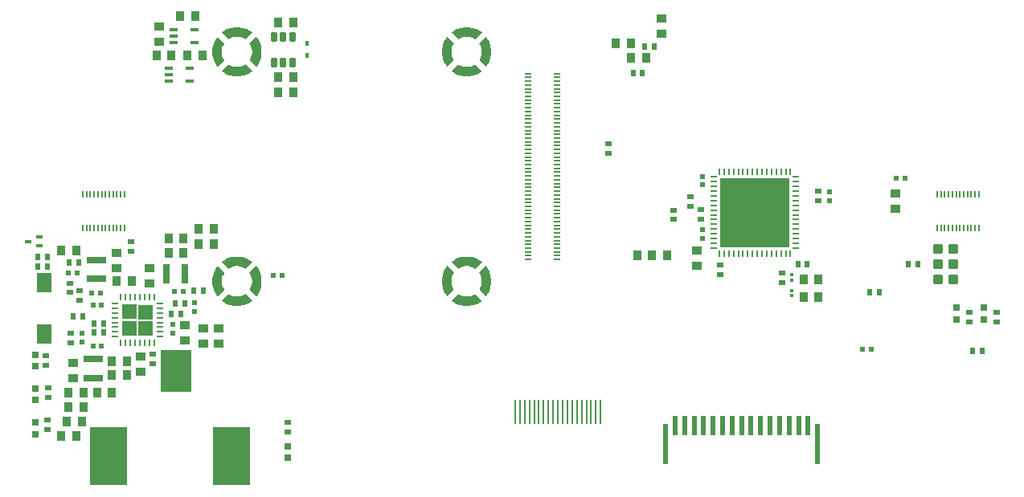
<source format=gtp>
G04*
G04 #@! TF.GenerationSoftware,Altium Limited,Altium Designer,20.0.13 (296)*
G04*
G04 Layer_Color=8421504*
%FSLAX44Y44*%
%MOMM*%
G71*
G01*
G75*
%ADD20R,1.4900X1.4900*%
%ADD21R,0.6500X0.5500*%
%ADD22R,0.8000X0.8000*%
%ADD23R,0.4000X0.4800*%
%ADD24R,1.0000X0.9000*%
%ADD25R,0.9000X1.0000*%
%ADD26R,0.5500X0.6500*%
%ADD27R,0.6200X0.6200*%
%ADD28R,0.6000X4.2000*%
%ADD29R,0.6000X2.0000*%
%ADD30R,3.3000X4.4000*%
%ADD31R,3.9000X6.2000*%
%ADD32R,0.2800X2.6000*%
%ADD33R,0.1500X0.6500*%
G04:AMPARAMS|DCode=34|XSize=0.6mm|YSize=1mm|CornerRadius=0.051mm|HoleSize=0mm|Usage=FLASHONLY|Rotation=0.000|XOffset=0mm|YOffset=0mm|HoleType=Round|Shape=RoundedRectangle|*
%AMROUNDEDRECTD34*
21,1,0.6000,0.8980,0,0,0.0*
21,1,0.4980,1.0000,0,0,0.0*
1,1,0.1020,0.2490,-0.4490*
1,1,0.1020,-0.2490,-0.4490*
1,1,0.1020,-0.2490,0.4490*
1,1,0.1020,0.2490,0.4490*
%
%ADD34ROUNDEDRECTD34*%
%ADD35R,0.6900X0.2800*%
%ADD36R,0.2800X0.6900*%
%ADD37R,7.3000X7.3000*%
%ADD38R,0.8500X0.3500*%
G04:AMPARAMS|DCode=39|XSize=0.25mm|YSize=0.6mm|CornerRadius=0.0313mm|HoleSize=0mm|Usage=FLASHONLY|Rotation=180.000|XOffset=0mm|YOffset=0mm|HoleType=Round|Shape=RoundedRectangle|*
%AMROUNDEDRECTD39*
21,1,0.2500,0.5375,0,0,180.0*
21,1,0.1875,0.6000,0,0,180.0*
1,1,0.0625,-0.0938,0.2688*
1,1,0.0625,0.0938,0.2688*
1,1,0.0625,0.0938,-0.2688*
1,1,0.0625,-0.0938,-0.2688*
%
%ADD39ROUNDEDRECTD39*%
G04:AMPARAMS|DCode=40|XSize=0.25mm|YSize=0.6mm|CornerRadius=0.0313mm|HoleSize=0mm|Usage=FLASHONLY|Rotation=270.000|XOffset=0mm|YOffset=0mm|HoleType=Round|Shape=RoundedRectangle|*
%AMROUNDEDRECTD40*
21,1,0.2500,0.5375,0,0,270.0*
21,1,0.1875,0.6000,0,0,270.0*
1,1,0.0625,-0.2688,-0.0938*
1,1,0.0625,-0.2688,0.0938*
1,1,0.0625,0.2688,0.0938*
1,1,0.0625,0.2688,-0.0938*
%
%ADD40ROUNDEDRECTD40*%
%ADD41R,0.7100X0.3000*%
%ADD42R,2.0000X0.8000*%
%ADD43R,0.8000X2.0000*%
%ADD44R,0.7000X0.1800*%
%ADD45R,0.3200X0.3600*%
%ADD46R,0.6200X0.6200*%
%ADD47R,1.5000X2.0000*%
G36*
X246822Y266287D02*
X250907Y264880D01*
X254705Y262818D01*
X256407Y261488D01*
X249577Y254107D01*
X249577D01*
X248551Y254768D01*
X246361Y255848D01*
X244033Y256582D01*
X241621Y256953D01*
X239179D01*
X236767Y256582D01*
X234439Y255848D01*
X232249Y254768D01*
X231223Y254107D01*
X224393Y261488D01*
X226095Y262818D01*
X229893Y264880D01*
X233978Y266287D01*
X238240Y267000D01*
X242560D01*
X246822Y266287D01*
D02*
G37*
G36*
X260888Y257007D02*
X262218Y255305D01*
X264280Y251507D01*
X265687Y247422D01*
X266400Y243160D01*
Y238840D01*
X265687Y234578D01*
X264280Y230492D01*
X262218Y226695D01*
X260888Y224993D01*
X253507Y231823D01*
X254168Y232849D01*
X255248Y235039D01*
X255982Y237367D01*
X256353Y239779D01*
Y242220D01*
X255982Y244633D01*
X255248Y246961D01*
X254168Y249151D01*
X253507Y250177D01*
X260888Y257007D01*
Y257007D01*
D02*
G37*
G36*
X227294Y250177D02*
X227294Y250177D01*
X226632Y249151D01*
X225552Y246961D01*
X224818Y244633D01*
X224447Y242220D01*
Y239779D01*
X224818Y237367D01*
X225552Y235039D01*
X226632Y232849D01*
X227294Y231823D01*
X219912Y224993D01*
X219912D01*
X218582Y226695D01*
X216520Y230492D01*
X215113Y234578D01*
X214400Y238840D01*
Y243160D01*
X215113Y247422D01*
X216520Y251507D01*
X218582Y255305D01*
X219912Y257007D01*
X227294Y250177D01*
D02*
G37*
G36*
X231223Y227894D02*
X232249Y227232D01*
X234439Y226152D01*
X236767Y225418D01*
X239179Y225047D01*
X241621D01*
X244033Y225418D01*
X246361Y226152D01*
X248551Y227232D01*
X249577Y227894D01*
X256407Y220512D01*
X256407Y220512D01*
X254705Y219182D01*
X250907Y217120D01*
X246822Y215713D01*
X242560Y215000D01*
X238240D01*
X233978Y215713D01*
X229893Y217120D01*
X226095Y219182D01*
X224393Y220512D01*
X231223Y227894D01*
Y227894D01*
D02*
G37*
G36*
X246822Y508287D02*
X250907Y506880D01*
X254705Y504818D01*
X256407Y503488D01*
X249577Y496106D01*
X249577D01*
X248551Y496768D01*
X246361Y497848D01*
X244033Y498582D01*
X241621Y498953D01*
X239179D01*
X236767Y498582D01*
X234439Y497848D01*
X232249Y496768D01*
X231223Y496106D01*
X224393Y503488D01*
X226095Y504818D01*
X229893Y506880D01*
X233978Y508287D01*
X238240Y509000D01*
X242560D01*
X246822Y508287D01*
D02*
G37*
G36*
X260888Y499007D02*
X262218Y497305D01*
X264280Y493507D01*
X265687Y489422D01*
X266400Y485160D01*
Y480840D01*
X265687Y476578D01*
X264280Y472492D01*
X262218Y468695D01*
X260888Y466993D01*
X253507Y473823D01*
X254168Y474849D01*
X255248Y477039D01*
X255982Y479367D01*
X256353Y481780D01*
Y484221D01*
X255982Y486633D01*
X255248Y488961D01*
X254168Y491151D01*
X253507Y492177D01*
X260888Y499007D01*
Y499007D01*
D02*
G37*
G36*
X227294Y492177D02*
X227294Y492177D01*
X226632Y491151D01*
X225552Y488961D01*
X224818Y486633D01*
X224447Y484221D01*
Y481780D01*
X224818Y479367D01*
X225552Y477039D01*
X226632Y474849D01*
X227294Y473823D01*
X219912Y466993D01*
X219912D01*
X218582Y468695D01*
X216520Y472492D01*
X215113Y476578D01*
X214400Y480840D01*
Y485160D01*
X215113Y489422D01*
X216520Y493507D01*
X218582Y497305D01*
X219912Y499007D01*
X227294Y492177D01*
D02*
G37*
G36*
X231223Y469894D02*
X232249Y469232D01*
X234439Y468152D01*
X236767Y467418D01*
X239179Y467047D01*
X241621D01*
X244033Y467418D01*
X246361Y468152D01*
X248551Y469232D01*
X249577Y469894D01*
X256407Y462512D01*
X256407Y462512D01*
X254705Y461182D01*
X250907Y459120D01*
X246822Y457713D01*
X242560Y457000D01*
X238240D01*
X233978Y457713D01*
X229893Y459120D01*
X226095Y461182D01*
X224393Y462512D01*
X231223Y469894D01*
Y469894D01*
D02*
G37*
G36*
X488822Y266287D02*
X492907Y264880D01*
X496705Y262818D01*
X498407Y261488D01*
X491577Y254107D01*
X491577D01*
X490551Y254768D01*
X488361Y255848D01*
X486033Y256582D01*
X483620Y256953D01*
X481180D01*
X478767Y256582D01*
X476439Y255848D01*
X474249Y254768D01*
X473223Y254107D01*
X466393Y261488D01*
X468095Y262818D01*
X471893Y264880D01*
X475978Y266287D01*
X480240Y267000D01*
X484560D01*
X488822Y266287D01*
D02*
G37*
G36*
X502888Y257007D02*
X504218Y255305D01*
X506280Y251507D01*
X507687Y247422D01*
X508400Y243160D01*
Y238840D01*
X507687Y234578D01*
X506280Y230492D01*
X504218Y226695D01*
X502888Y224993D01*
X495507Y231823D01*
X496168Y232849D01*
X497248Y235039D01*
X497982Y237367D01*
X498353Y239779D01*
Y242220D01*
X497982Y244633D01*
X497248Y246961D01*
X496168Y249151D01*
X495507Y250177D01*
X502888Y257007D01*
Y257007D01*
D02*
G37*
G36*
X469294Y250177D02*
X469294Y250177D01*
X468632Y249151D01*
X467552Y246961D01*
X466818Y244633D01*
X466447Y242220D01*
Y239779D01*
X466818Y237367D01*
X467552Y235039D01*
X468632Y232849D01*
X469294Y231823D01*
X461912Y224993D01*
X461912D01*
X460582Y226695D01*
X458520Y230492D01*
X457113Y234578D01*
X456400Y238840D01*
Y243160D01*
X457113Y247422D01*
X458520Y251507D01*
X460582Y255305D01*
X461912Y257007D01*
X469294Y250177D01*
D02*
G37*
G36*
X473223Y227894D02*
X474249Y227232D01*
X476439Y226152D01*
X478767Y225418D01*
X481180Y225047D01*
X483620D01*
X486033Y225418D01*
X488361Y226152D01*
X490551Y227232D01*
X491577Y227894D01*
X498407Y220512D01*
X498407Y220512D01*
X496705Y219182D01*
X492907Y217120D01*
X488822Y215713D01*
X484560Y215000D01*
X480240D01*
X475978Y215713D01*
X471893Y217120D01*
X468095Y219182D01*
X466393Y220512D01*
X473223Y227894D01*
Y227894D01*
D02*
G37*
G36*
X488822Y508287D02*
X492907Y506880D01*
X496705Y504818D01*
X498407Y503488D01*
X491577Y496106D01*
X491577D01*
X490551Y496768D01*
X488361Y497848D01*
X486033Y498582D01*
X483620Y498953D01*
X481180D01*
X478767Y498582D01*
X476439Y497848D01*
X474249Y496768D01*
X473223Y496106D01*
X466393Y503488D01*
X468095Y504818D01*
X471893Y506880D01*
X475978Y508287D01*
X480240Y509000D01*
X484560D01*
X488822Y508287D01*
D02*
G37*
G36*
X502888Y499007D02*
X504218Y497305D01*
X506280Y493507D01*
X507687Y489422D01*
X508400Y485160D01*
Y480840D01*
X507687Y476578D01*
X506280Y472492D01*
X504218Y468695D01*
X502888Y466993D01*
X495507Y473823D01*
X496168Y474849D01*
X497248Y477039D01*
X497982Y479367D01*
X498353Y481780D01*
Y484221D01*
X497982Y486633D01*
X497248Y488961D01*
X496168Y491151D01*
X495507Y492177D01*
X502888Y499007D01*
Y499007D01*
D02*
G37*
G36*
X469294Y492177D02*
X469294Y492177D01*
X468632Y491151D01*
X467552Y488961D01*
X466818Y486633D01*
X466447Y484221D01*
Y481780D01*
X466818Y479367D01*
X467552Y477039D01*
X468632Y474849D01*
X469294Y473823D01*
X461912Y466993D01*
X461912D01*
X460582Y468695D01*
X458520Y472492D01*
X457113Y476578D01*
X456400Y480840D01*
Y485160D01*
X457113Y489422D01*
X458520Y493507D01*
X460582Y497305D01*
X461912Y499007D01*
X469294Y492177D01*
D02*
G37*
G36*
X473223Y469894D02*
X474249Y469232D01*
X476439Y468152D01*
X478767Y467418D01*
X481180Y467047D01*
X483620D01*
X486033Y467418D01*
X488361Y468152D01*
X490551Y469232D01*
X491577Y469894D01*
X498407Y462512D01*
X498407Y462512D01*
X496705Y461182D01*
X492907Y459120D01*
X488822Y457713D01*
X484560Y457000D01*
X480240D01*
X475978Y457713D01*
X471893Y459120D01*
X468095Y461182D01*
X466393Y462512D01*
X473223Y469894D01*
Y469894D01*
D02*
G37*
D20*
X127103Y191671D02*
D03*
X144003D02*
D03*
Y208571D02*
D03*
X127103Y208671D02*
D03*
D21*
X38802Y152734D02*
D03*
Y162734D02*
D03*
X294000Y92000D02*
D03*
Y82000D02*
D03*
X717804Y320374D02*
D03*
Y330374D02*
D03*
X700532Y316150D02*
D03*
Y306150D02*
D03*
X41910Y118444D02*
D03*
Y128444D02*
D03*
X151892Y164004D02*
D03*
Y154004D02*
D03*
X64869Y239000D02*
D03*
Y229000D02*
D03*
X631952Y386000D02*
D03*
Y376000D02*
D03*
X129000Y283000D02*
D03*
Y273000D02*
D03*
X729399Y316556D02*
D03*
Y306556D02*
D03*
X852838Y325672D02*
D03*
Y335672D02*
D03*
X815041Y239717D02*
D03*
Y249717D02*
D03*
X1012000Y198068D02*
D03*
Y208068D02*
D03*
X1041000Y198000D02*
D03*
Y208000D02*
D03*
X749135Y257987D02*
D03*
Y247987D02*
D03*
X41000Y94500D02*
D03*
Y84500D02*
D03*
X75050Y220900D02*
D03*
Y230900D02*
D03*
X65119Y176462D02*
D03*
Y186462D02*
D03*
D22*
X28194Y151230D02*
D03*
Y163730D02*
D03*
X294000Y67250D02*
D03*
Y54750D02*
D03*
X27940Y115670D02*
D03*
Y128170D02*
D03*
X998000Y213250D02*
D03*
Y200750D02*
D03*
X1027000Y213250D02*
D03*
Y200750D02*
D03*
X28000Y92250D02*
D03*
Y79750D02*
D03*
D23*
X314198Y478794D02*
D03*
Y491994D02*
D03*
D24*
X185928Y194436D02*
D03*
Y178436D02*
D03*
X220980Y191006D02*
D03*
Y175006D02*
D03*
X687578Y518286D02*
D03*
Y502286D02*
D03*
X978715Y258950D02*
D03*
Y242950D02*
D03*
Y274950D02*
D03*
Y258950D02*
D03*
X994715D02*
D03*
Y242950D02*
D03*
Y274950D02*
D03*
Y258950D02*
D03*
X204724Y191006D02*
D03*
Y175006D02*
D03*
X724916Y257050D02*
D03*
Y273050D02*
D03*
X138684Y161670D02*
D03*
Y145670D02*
D03*
X114000Y255000D02*
D03*
Y271000D02*
D03*
X68015Y138500D02*
D03*
Y154500D02*
D03*
X933958Y317374D02*
D03*
Y333374D02*
D03*
X148053Y254900D02*
D03*
Y238900D02*
D03*
X158496Y493396D02*
D03*
Y509396D02*
D03*
D25*
X639700Y491998D02*
D03*
X655700D02*
D03*
X655448Y476250D02*
D03*
X671448D02*
D03*
X677800Y267970D02*
D03*
X693800D02*
D03*
X677798D02*
D03*
X661798D02*
D03*
X837250Y243250D02*
D03*
X852750Y224750D02*
D03*
Y243250D02*
D03*
X837250Y224750D02*
D03*
X978715Y242950D02*
D03*
X994715D02*
D03*
X978715Y258950D02*
D03*
X994715D02*
D03*
X978715Y274950D02*
D03*
X994715D02*
D03*
X284122Y514092D02*
D03*
X300122D02*
D03*
X284122Y456092D02*
D03*
X300122D02*
D03*
X124500Y142000D02*
D03*
X108500D02*
D03*
X70950Y273577D02*
D03*
X54950D02*
D03*
X184277Y270540D02*
D03*
X168277D02*
D03*
X200278Y296540D02*
D03*
X216278D02*
D03*
X200278Y280540D02*
D03*
X216278D02*
D03*
X184277Y286540D02*
D03*
X168277D02*
D03*
X76960Y93218D02*
D03*
X60960D02*
D03*
X92838Y123952D02*
D03*
X108838D02*
D03*
X78850Y123313D02*
D03*
X62850D02*
D03*
X78850Y108313D02*
D03*
X62850D02*
D03*
X71000Y78000D02*
D03*
X55000D02*
D03*
X188342Y479044D02*
D03*
X204342D02*
D03*
X171576D02*
D03*
X155576D02*
D03*
X300122Y440092D02*
D03*
X284122D02*
D03*
X180722Y520446D02*
D03*
X196722D02*
D03*
X124500Y156987D02*
D03*
X108500D02*
D03*
X130000Y241000D02*
D03*
X114000D02*
D03*
D26*
X679878Y488696D02*
D03*
X669878D02*
D03*
X657686Y460248D02*
D03*
X667686D02*
D03*
X40784Y256287D02*
D03*
X30784D02*
D03*
X89850Y196683D02*
D03*
X99850D02*
D03*
X195000Y231000D02*
D03*
X205000D02*
D03*
X947584Y258649D02*
D03*
X957584D02*
D03*
X30814Y266446D02*
D03*
X40814D02*
D03*
X916900Y229239D02*
D03*
X906900D02*
D03*
X1025562Y167595D02*
D03*
X1015562D02*
D03*
X831260Y258820D02*
D03*
X841260D02*
D03*
X99689Y186683D02*
D03*
X89689D02*
D03*
X175383Y217621D02*
D03*
X185383D02*
D03*
X77797Y204391D02*
D03*
X67797D02*
D03*
X73845Y261127D02*
D03*
X63845D02*
D03*
X171216Y206968D02*
D03*
X181216D02*
D03*
D27*
X287964Y247396D02*
D03*
X278964D02*
D03*
X908623Y169553D02*
D03*
X899622D02*
D03*
X62950Y250000D02*
D03*
X71950D02*
D03*
X96526Y228150D02*
D03*
X87526D02*
D03*
X88652Y215968D02*
D03*
X97652D02*
D03*
X183500Y230000D02*
D03*
X174500D02*
D03*
X935092Y349656D02*
D03*
X944092D02*
D03*
X97858Y172968D02*
D03*
X88858D02*
D03*
D28*
X852000Y69000D02*
D03*
X692000D02*
D03*
D29*
X842000Y89000D02*
D03*
X832000D02*
D03*
X822000D02*
D03*
X812000D02*
D03*
X802000D02*
D03*
X792000D02*
D03*
X782000D02*
D03*
X772000D02*
D03*
X762000D02*
D03*
X752000D02*
D03*
X742000D02*
D03*
X732000D02*
D03*
X722000D02*
D03*
X712000D02*
D03*
X702000D02*
D03*
D30*
X176500Y146500D02*
D03*
D31*
X234500Y57000D02*
D03*
X105500D02*
D03*
D32*
X533500Y103500D02*
D03*
X538500D02*
D03*
X543500D02*
D03*
X548500D02*
D03*
X553500D02*
D03*
X558500D02*
D03*
X563500D02*
D03*
X568500D02*
D03*
X573500D02*
D03*
X578500D02*
D03*
X583500D02*
D03*
X588500D02*
D03*
X593500D02*
D03*
X598500D02*
D03*
X603500D02*
D03*
X608500D02*
D03*
X613500D02*
D03*
X618500D02*
D03*
X623500D02*
D03*
D33*
X1022000Y297250D02*
D03*
X1018000D02*
D03*
X1014000D02*
D03*
X1010000D02*
D03*
X1006000D02*
D03*
X1002000D02*
D03*
X998000D02*
D03*
X994000D02*
D03*
X990000D02*
D03*
X986000D02*
D03*
X982000D02*
D03*
X978000D02*
D03*
X1022000Y332750D02*
D03*
X1018000D02*
D03*
X1014000D02*
D03*
X1010000D02*
D03*
X1006000D02*
D03*
X1002000D02*
D03*
X998000D02*
D03*
X994000D02*
D03*
X990000D02*
D03*
X986000D02*
D03*
X982000D02*
D03*
X978000D02*
D03*
X78000D02*
D03*
X82000D02*
D03*
X86000D02*
D03*
X90000D02*
D03*
X94000D02*
D03*
X98000D02*
D03*
X102000D02*
D03*
X106000D02*
D03*
X110000D02*
D03*
X114000D02*
D03*
X118000D02*
D03*
X122000D02*
D03*
X78000Y297250D02*
D03*
X82000D02*
D03*
X86000D02*
D03*
X90000D02*
D03*
X94000D02*
D03*
X98000D02*
D03*
X102000D02*
D03*
X106000D02*
D03*
X110000D02*
D03*
X114000D02*
D03*
X118000D02*
D03*
X122000D02*
D03*
D34*
X298622Y498842D02*
D03*
X289122D02*
D03*
X279622D02*
D03*
Y471342D02*
D03*
X289122D02*
D03*
X298622D02*
D03*
D35*
X829100Y276056D02*
D03*
Y281056D02*
D03*
Y286056D02*
D03*
Y291056D02*
D03*
Y296056D02*
D03*
Y301056D02*
D03*
Y306056D02*
D03*
Y311056D02*
D03*
Y316056D02*
D03*
Y321056D02*
D03*
Y326056D02*
D03*
Y331056D02*
D03*
Y336056D02*
D03*
Y341056D02*
D03*
Y346056D02*
D03*
Y351056D02*
D03*
X742900D02*
D03*
Y346056D02*
D03*
Y341056D02*
D03*
Y336056D02*
D03*
Y331056D02*
D03*
Y326056D02*
D03*
Y321056D02*
D03*
Y316056D02*
D03*
Y311056D02*
D03*
Y306056D02*
D03*
Y301056D02*
D03*
Y296056D02*
D03*
Y291056D02*
D03*
Y286056D02*
D03*
Y281056D02*
D03*
Y276056D02*
D03*
D36*
X823500Y356656D02*
D03*
X818500D02*
D03*
X813500D02*
D03*
X808500D02*
D03*
X803500D02*
D03*
X798500D02*
D03*
X793500D02*
D03*
X788500D02*
D03*
X783500D02*
D03*
X778500D02*
D03*
X773500D02*
D03*
X768500D02*
D03*
X763500D02*
D03*
X758500D02*
D03*
X753500D02*
D03*
X748500D02*
D03*
Y270456D02*
D03*
X753500D02*
D03*
X758500D02*
D03*
X763500D02*
D03*
X768500D02*
D03*
X773500D02*
D03*
X778500D02*
D03*
X783500D02*
D03*
X788500D02*
D03*
X793500D02*
D03*
X798500D02*
D03*
X803500D02*
D03*
X808500D02*
D03*
X813500D02*
D03*
X818500D02*
D03*
X823500D02*
D03*
D37*
X786000Y313556D02*
D03*
D38*
X168578Y458724D02*
D03*
Y465224D02*
D03*
X190578D02*
D03*
X168578Y452224D02*
D03*
X190578D02*
D03*
X173658Y499364D02*
D03*
Y505864D02*
D03*
X195658D02*
D03*
X173658Y492864D02*
D03*
X195658D02*
D03*
D39*
X153053Y176121D02*
D03*
X148053D02*
D03*
X143053D02*
D03*
X138053D02*
D03*
X133053D02*
D03*
X128053D02*
D03*
X123053D02*
D03*
X118053D02*
D03*
Y224121D02*
D03*
X123053D02*
D03*
X128053D02*
D03*
X133053D02*
D03*
X138053D02*
D03*
X143053D02*
D03*
X148053D02*
D03*
X153053D02*
D03*
D40*
X111553Y182621D02*
D03*
Y187621D02*
D03*
Y192621D02*
D03*
Y197621D02*
D03*
Y202621D02*
D03*
Y207621D02*
D03*
Y212621D02*
D03*
Y217621D02*
D03*
X159553D02*
D03*
Y212621D02*
D03*
Y207621D02*
D03*
Y202621D02*
D03*
Y197621D02*
D03*
Y192621D02*
D03*
Y187621D02*
D03*
Y182621D02*
D03*
D41*
X20064Y283139D02*
D03*
X32264Y288139D02*
D03*
Y278139D02*
D03*
D42*
X92026Y263427D02*
D03*
Y243427D02*
D03*
X88724Y138987D02*
D03*
Y158987D02*
D03*
D43*
X185711Y248540D02*
D03*
X165711D02*
D03*
D44*
X547000Y264000D02*
D03*
Y268000D02*
D03*
Y272000D02*
D03*
Y276000D02*
D03*
Y280000D02*
D03*
Y284000D02*
D03*
Y288000D02*
D03*
Y292000D02*
D03*
Y296000D02*
D03*
Y300000D02*
D03*
Y304000D02*
D03*
Y308000D02*
D03*
Y312000D02*
D03*
Y316000D02*
D03*
Y320000D02*
D03*
Y324000D02*
D03*
Y328000D02*
D03*
Y332000D02*
D03*
Y336000D02*
D03*
Y340000D02*
D03*
Y344000D02*
D03*
Y348000D02*
D03*
Y352000D02*
D03*
Y356000D02*
D03*
Y360000D02*
D03*
Y364000D02*
D03*
Y368000D02*
D03*
Y372000D02*
D03*
Y376000D02*
D03*
Y380000D02*
D03*
Y384000D02*
D03*
Y388000D02*
D03*
Y392000D02*
D03*
Y396000D02*
D03*
Y400000D02*
D03*
Y404000D02*
D03*
Y408000D02*
D03*
Y412000D02*
D03*
Y416000D02*
D03*
Y420000D02*
D03*
Y424000D02*
D03*
Y428000D02*
D03*
Y432000D02*
D03*
Y436000D02*
D03*
Y440000D02*
D03*
Y444000D02*
D03*
Y448000D02*
D03*
Y452000D02*
D03*
Y456000D02*
D03*
Y460000D02*
D03*
X577800Y264000D02*
D03*
Y268000D02*
D03*
Y272000D02*
D03*
Y276000D02*
D03*
Y280000D02*
D03*
Y284000D02*
D03*
Y288000D02*
D03*
Y292000D02*
D03*
Y296000D02*
D03*
Y300000D02*
D03*
Y304000D02*
D03*
Y308000D02*
D03*
Y312000D02*
D03*
Y316000D02*
D03*
Y320000D02*
D03*
Y324000D02*
D03*
Y328000D02*
D03*
Y332000D02*
D03*
Y336000D02*
D03*
Y340000D02*
D03*
Y344000D02*
D03*
Y348000D02*
D03*
Y352000D02*
D03*
Y356000D02*
D03*
Y360000D02*
D03*
Y364000D02*
D03*
Y368000D02*
D03*
Y372000D02*
D03*
Y376000D02*
D03*
Y380000D02*
D03*
Y384000D02*
D03*
Y388000D02*
D03*
Y392000D02*
D03*
Y396000D02*
D03*
Y400000D02*
D03*
Y404000D02*
D03*
Y408000D02*
D03*
Y412000D02*
D03*
Y416000D02*
D03*
Y420000D02*
D03*
Y424000D02*
D03*
Y428000D02*
D03*
Y432000D02*
D03*
Y436000D02*
D03*
Y440000D02*
D03*
Y444000D02*
D03*
Y448000D02*
D03*
Y452000D02*
D03*
Y456000D02*
D03*
Y460000D02*
D03*
D45*
X825000Y231500D02*
D03*
Y225900D02*
D03*
Y242500D02*
D03*
Y248100D02*
D03*
D46*
X864317Y326120D02*
D03*
Y335120D02*
D03*
X730500Y295556D02*
D03*
Y286556D02*
D03*
X76850Y177183D02*
D03*
Y186183D02*
D03*
X196000Y209500D02*
D03*
Y218500D02*
D03*
X731000Y351500D02*
D03*
Y342500D02*
D03*
X172633Y195592D02*
D03*
Y186592D02*
D03*
D47*
X37084Y185344D02*
D03*
Y239344D02*
D03*
M02*

</source>
